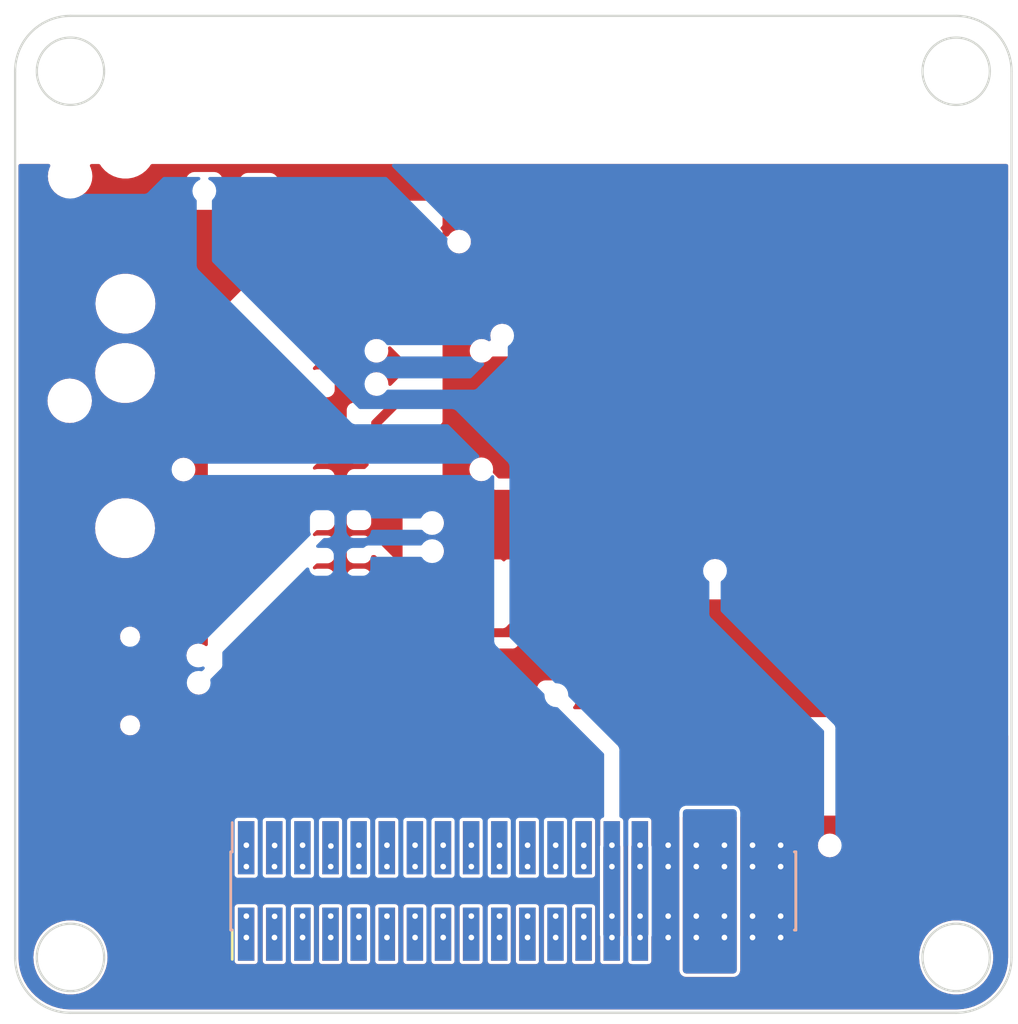
<source format=kicad_pcb>
(kicad_pcb (version 20221018) (generator pcbnew)
  (title_block (date "2023-06-14"))
  (layers (0 "F.Cu" signal) (31 "B.Cu" signal) (34 "B.Paste" user) (35 "F.Paste" user) (36 "B.SilkS" user "B.Silkscreen") (37 "F.SilkS" user "F.Silkscreen") (38 "B.Mask" user) (39 "F.Mask" user) (44 "Edge.Cuts" user))
  (net 0 "")
  (net 1 "+3.3V")
  (net 2 "+5V")
  (net 3 "/SPI_CS")
  (net 4 "/SPI_CLK")
  (net 5 "/SPI_MOSI")
  (net 6 "/SPI_MISO")
  (net 7 "/I2C_CLK")
  (net 8 "/GPIO_1")
  (net 9 "/GPIO_2")
  (net 10 "/GPIO_3")
  (net 11 "/GPIO_4")
  (net 12 "/GPIO_5")
  (net 13 "/GPIO_6")
  (net 14 "/GPIO_7")
  (net 15 "/GPIO_8")
  (net 16 "/ADC_1")
  (net 17 "/ADC_3")
  (net 18 "/ADC_4")
  (net 19 "/GPIO_11")
  (net 20 "/GPIO_12")
  (net 21 "/ADC_2")
  (net 22 "/I2C_SDA")
  (net 23 "/UART1_Rx")
  (net 24 "GND")
  (net 25 "/UART1_Tx")
  (net 26 "/UART2_Rx")
  (net 27 "/UART2_Tx")
  (net 28 "/GPIO_9")
  (net 29 "/GPIO_10")
  (net 30 "/+BATT")
  (footprint "Connector_PinHeader_1.27mm:PinHeader_2x20_P1.27mm_Vertical_SMD" (layer "F.Cu") (at 73.22 72.22 90)
    (fp_text reference "J1" hide)
    (fp_text value "TOP" hide)
    (fp_line (start -3.09 -12.695) (end -1.765 -12.695) (stroke (width 0.12)) (layer "F.SilkS"))
    (fp_line (start -1.765 -12.76) (end -1.765 -12.695) (stroke (width 0.12)) (layer "F.SilkS"))
    (fp_line (start -1.765 -12.76) (end 1.765 -12.76) (stroke (width 0.12)) (layer "F.SilkS"))
    (fp_line (start -1.765 12.695) (end -1.765 12.76) (stroke (width 0.12)) (layer "F.SilkS"))
    (fp_line (start -1.765 12.76) (end 1.765 12.76) (stroke (width 0.12)) (layer "F.SilkS"))
    (fp_line (start 1.765 -12.76) (end 1.765 -12.695) (stroke (width 0.12)) (layer "F.SilkS"))
    (fp_line (start 1.765 12.695) (end 1.765 12.76) (stroke (width 0.12)) (layer "F.SilkS"))
    (pad "1" smd rect (at -1.95 -12.065 90) (size 2.4 0.74) (layers "F.Cu" "F.Paste" "F.Mask") (net 16 "/ADC_1"))
    (pad "2" smd rect (at 1.95 -12.065 90) (size 2.4 0.74) (layers "F.Cu" "F.Paste" "F.Mask") (net 21 "/ADC_2"))
    (pad "3" smd rect (at -1.95 -10.795 90) (size 2.4 0.74) (layers "F.Cu" "F.Paste" "F.Mask") (net 17 "/ADC_3"))
    (pad "4" smd rect (at 1.95 -10.795 90) (size 2.4 0.74) (layers "F.Cu" "F.Paste" "F.Mask") (net 18 "/ADC_4"))
    (pad "5" smd rect (at -1.95 -9.525 90) (size 2.4 0.74) (layers "F.Cu" "F.Paste" "F.Mask") (net 23 "/UART1_Rx"))
    (pad "6" smd rect (at 1.95 -9.525 90) (size 2.4 0.74) (layers "F.Cu" "F.Paste" "F.Mask") (net 25 "/UART1_Tx"))
    (pad "7" smd rect (at -1.95 -8.255 90) (size 2.4 0.74) (layers "F.Cu" "F.Paste" "F.Mask") (net 26 "/UART2_Rx"))
    (pad "8" smd rect (at 1.95 -8.255 90) (size 2.4 0.74) (layers "F.Cu" "F.Paste" "F.Mask") (net 27 "/UART2_Tx"))
    (pad "9" smd rect (at -1.95 -6.985 90) (size 2.4 0.74) (layers "F.Cu" "F.Paste" "F.Mask") (net 22 "/I2C_SDA"))
    (pad "10" smd rect (at 1.95 -6.985 90) (size 2.4 0.74) (layers "F.Cu" "F.Paste" "F.Mask") (net 7 "/I2C_CLK"))
    (pad "11" smd rect (at -1.95 -5.715 90) (size 2.4 0.74) (layers "F.Cu" "F.Paste" "F.Mask") (net 3 "/SPI_CS"))
    (pad "12" smd rect (at 1.95 -5.715 90) (size 2.4 0.74) (layers "F.Cu" "F.Paste" "F.Mask") (net 4 "/SPI_CLK"))
    (pad "13" smd rect (at -1.95 -4.445 90) (size 2.4 0.74) (layers "F.Cu" "F.Paste" "F.Mask") (net 5 "/SPI_MOSI"))
    (pad "14" smd rect (at 1.95 -4.445 90) (size 2.4 0.74) (layers "F.Cu" "F.Paste" "F.Mask") (net 6 "/SPI_MISO"))
    (pad "15" smd rect (at -1.95 -3.175 90) (size 2.4 0.74) (layers "F.Cu" "F.Paste" "F.Mask") (net 8 "/GPIO_1"))
    (pad "16" smd rect (at 1.95 -3.175 90) (size 2.4 0.74) (layers "F.Cu" "F.Paste" "F.Mask") (net 9 "/GPIO_2"))
    (pad "17" smd rect (at -1.95 -1.905 90) (size 2.4 0.74) (layers "F.Cu" "F.Paste" "F.Mask") (net 10 "/GPIO_3"))
    (pad "18" smd rect (at 1.95 -1.905 90) (size 2.4 0.74) (layers "F.Cu" "F.Paste" "F.Mask") (net 11 "/GPIO_4"))
    (pad "19" smd rect (at -1.95 -0.635 90) (size 2.4 0.74) (layers "F.Cu" "F.Paste" "F.Mask") (net 12 "/GPIO_5"))
    (pad "20" smd rect (at 1.95 -0.635 90) (size 2.4 0.74) (layers "F.Cu" "F.Paste" "F.Mask") (net 13 "/GPIO_6"))
    (pad "21" smd rect (at -1.95 0.635 90) (size 2.4 0.74) (layers "F.Cu" "F.Paste" "F.Mask") (net 14 "/GPIO_7"))
    (pad "22" smd rect (at 1.95 0.635 90) (size 2.4 0.74) (layers "F.Cu" "F.Paste" "F.Mask") (net 15 "/GPIO_8"))
    (pad "23" smd rect (at -1.95 1.905 90) (size 2.4 0.74) (layers "F.Cu" "F.Paste" "F.Mask") (net 28 "/GPIO_9"))
    (pad "24" smd rect (at 1.95 1.905 90) (size 2.4 0.74) (layers "F.Cu" "F.Paste" "F.Mask") (net 29 "/GPIO_10"))
    (pad "25" smd rect (at -1.95 3.175 90) (size 2.4 0.74) (layers "F.Cu" "F.Paste" "F.Mask") (net 19 "/GPIO_11"))
    (pad "26" smd rect (at 1.95 3.175 90) (size 2.4 0.74) (layers "F.Cu" "F.Paste" "F.Mask") (net 20 "/GPIO_12"))
    (pad "27" smd rect (at -1.95 4.445 90) (size 2.4 0.74) (layers "F.Cu" "F.Paste" "F.Mask") (net 1 "+3.3V"))
    (pad "28" smd rect (at 1.95 4.445 90) (size 2.4 0.74) (layers "F.Cu" "F.Paste" "F.Mask") (net 1 "+3.3V"))
    (pad "29" smd rect (at -1.95 5.715 90) (size 2.4 0.74) (layers "F.Cu" "F.Paste" "F.Mask") (net 2 "+5V"))
    (pad "30" smd rect (at 1.95 5.715 90) (size 2.4 0.74) (layers "F.Cu" "F.Paste" "F.Mask") (net 2 "+5V"))
    (pad "31" smd rect (at -1.95 6.985 90) (size 2.4 0.74) (layers "F.Cu" "F.Paste" "F.Mask") (net 24 "GND"))
    (pad "32" smd rect (at 1.95 6.985 90) (size 2.4 0.74) (layers "F.Cu" "F.Paste" "F.Mask") (net 24 "GND"))
    (pad "33" smd rect (at -1.95 8.255 90) (size 2.4 0.74) (layers "F.Cu" "F.Paste" "F.Mask") (net 30 "/+BATT"))
    (pad "34" smd rect (at 1.95 8.255 90) (size 2.4 0.74) (layers "F.Cu" "F.Paste" "F.Mask") (net 30 "/+BATT"))
    (pad "35" smd rect (at -1.95 9.525 90) (size 2.4 0.74) (layers "F.Cu" "F.Paste" "F.Mask") (net 30 "/+BATT"))
    (pad "36" smd rect (at 1.95 9.525 90) (size 2.4 0.74) (layers "F.Cu" "F.Paste" "F.Mask") (net 30 "/+BATT"))
    (pad "37" smd rect (at -1.95 10.795 90) (size 2.4 0.74) (layers "F.Cu" "F.Paste" "F.Mask") (net 24 "GND"))
    (pad "38" smd rect (at 1.95 10.795 90) (size 2.4 0.74) (layers "F.Cu" "F.Paste" "F.Mask") (net 24 "GND"))
    (pad "39" smd rect (at -1.95 12.065 90) (size 2.4 0.74) (layers "F.Cu" "F.Paste" "F.Mask") (net 24 "GND"))
    (pad "40" smd rect (at 1.95 12.065 90) (size 2.4 0.74) (layers "F.Cu" "F.Paste" "F.Mask") (net 24 "GND"))
  )
  (footprint "Connector_PinHeader_1.27mm:PinHeader_2x20_P1.27mm_Vertical_SMD" (layer "B.Cu") (at 73.22 72.22 -90)
    (fp_text reference "J2" hide)
    (fp_text value "BUTTOM" hide)
    (fp_line (start -3.09 12.695) (end -1.765 12.695) (stroke (width 0.12)) (layer "B.SilkS"))
    (fp_line (start -1.765 -12.76) (end 1.765 -12.76) (stroke (width 0.12)) (layer "B.SilkS"))
    (fp_line (start -1.765 -12.695) (end -1.765 -12.76) (stroke (width 0.12)) (layer "B.SilkS"))
    (fp_line (start -1.765 12.76) (end -1.765 12.695) (stroke (width 0.12)) (layer "B.SilkS"))
    (fp_line (start -1.765 12.76) (end 1.765 12.76) (stroke (width 0.12)) (layer "B.SilkS"))
    (fp_line (start 1.765 -12.695) (end 1.765 -12.76) (stroke (width 0.12)) (layer "B.SilkS"))
    (fp_line (start 1.765 12.76) (end 1.765 12.695) (stroke (width 0.12)) (layer "B.SilkS"))
    (pad "1" smd rect (at -1.95 12.065 270) (size 2.4 0.74) (layers "B.Cu" "B.Paste" "B.Mask") (net 21 "/ADC_2"))
    (pad "2" smd rect (at 1.95 12.065 270) (size 2.4 0.74) (layers "B.Cu" "B.Paste" "B.Mask") (net 16 "/ADC_1"))
    (pad "3" smd rect (at -1.95 10.795 270) (size 2.4 0.74) (layers "B.Cu" "B.Paste" "B.Mask") (net 18 "/ADC_4"))
    (pad "4" smd rect (at 1.95 10.795 270) (size 2.4 0.74) (layers "B.Cu" "B.Paste" "B.Mask") (net 17 "/ADC_3"))
    (pad "5" smd rect (at -1.95 9.525 270) (size 2.4 0.74) (layers "B.Cu" "B.Paste" "B.Mask") (net 25 "/UART1_Tx"))
    (pad "6" smd rect (at 1.95 9.525 270) (size 2.4 0.74) (layers "B.Cu" "B.Paste" "B.Mask") (net 23 "/UART1_Rx"))
    (pad "7" smd rect (at -1.95 8.255 270) (size 2.4 0.74) (layers "B.Cu" "B.Paste" "B.Mask") (net 27 "/UART2_Tx"))
    (pad "8" smd rect (at 1.95 8.255 270) (size 2.4 0.74) (layers "B.Cu" "B.Paste" "B.Mask") (net 26 "/UART2_Rx"))
    (pad "9" smd rect (at -1.95 6.985 270) (size 2.4 0.74) (layers "B.Cu" "B.Paste" "B.Mask") (net 7 "/I2C_CLK"))
    (pad "10" smd rect (at 1.95 6.985 270) (size 2.4 0.74) (layers "B.Cu" "B.Paste" "B.Mask") (net 22 "/I2C_SDA"))
    (pad "11" smd rect (at -1.95 5.715 270) (size 2.4 0.74) (layers "B.Cu" "B.Paste" "B.Mask") (net 4 "/SPI_CLK"))
    (pad "12" smd rect (at 1.95 5.715 270) (size 2.4 0.74) (layers "B.Cu" "B.Paste" "B.Mask") (net 3 "/SPI_CS"))
    (pad "13" smd rect (at -1.95 4.445 270) (size 2.4 0.74) (layers "B.Cu" "B.Paste" "B.Mask") (net 6 "/SPI_MISO"))
    (pad "14" smd rect (at 1.95 4.445 270) (size 2.4 0.74) (layers "B.Cu" "B.Paste" "B.Mask") (net 5 "/SPI_MOSI"))
    (pad "15" smd rect (at -1.95 3.175 270) (size 2.4 0.74) (layers "B.Cu" "B.Paste" "B.Mask") (net 9 "/GPIO_2"))
    (pad "16" smd rect (at 1.95 3.175 270) (size 2.4 0.74) (layers "B.Cu" "B.Paste" "B.Mask") (net 8 "/GPIO_1"))
    (pad "17" smd rect (at -1.95 1.905 270) (size 2.4 0.74) (layers "B.Cu" "B.Paste" "B.Mask") (net 11 "/GPIO_4"))
    (pad "18" smd rect (at 1.95 1.905 270) (size 2.4 0.74) (layers "B.Cu" "B.Paste" "B.Mask") (net 10 "/GPIO_3"))
    (pad "19" smd rect (at -1.95 0.635 270) (size 2.4 0.74) (layers "B.Cu" "B.Paste" "B.Mask") (net 13 "/GPIO_6"))
    (pad "20" smd rect (at 1.95 0.635 270) (size 2.4 0.74) (layers "B.Cu" "B.Paste" "B.Mask") (net 12 "/GPIO_5"))
    (pad "21" smd rect (at -1.95 -0.635 270) (size 2.4 0.74) (layers "B.Cu" "B.Paste" "B.Mask") (net 15 "/GPIO_8"))
    (pad "22" smd rect (at 1.95 -0.635 270) (size 2.4 0.74) (layers "B.Cu" "B.Paste" "B.Mask") (net 14 "/GPIO_7"))
    (pad "23" smd rect (at -1.95 -1.905 270) (size 2.4 0.74) (layers "B.Cu" "B.Paste" "B.Mask") (net 29 "/GPIO_10"))
    (pad "24" smd rect (at 1.95 -1.905 270) (size 2.4 0.74) (layers "B.Cu" "B.Paste" "B.Mask") (net 28 "/GPIO_9"))
    (pad "25" smd rect (at -1.95 -3.175 270) (size 2.4 0.74) (layers "B.Cu" "B.Paste" "B.Mask") (net 20 "/GPIO_12"))
    (pad "26" smd rect (at 1.95 -3.175 270) (size 2.4 0.74) (layers "B.Cu" "B.Paste" "B.Mask") (net 19 "/GPIO_11"))
    (pad "27" smd rect (at -1.95 -4.445 270) (size 2.4 0.74) (layers "B.Cu" "B.Paste" "B.Mask") (net 1 "+3.3V"))
    (pad "28" smd rect (at 1.95 -4.445 270) (size 2.4 0.74) (layers "B.Cu" "B.Paste" "B.Mask") (net 1 "+3.3V"))
    (pad "29" smd rect (at -1.95 -5.715 270) (size 2.4 0.74) (layers "B.Cu" "B.Paste" "B.Mask") (net 2 "+5V"))
    (pad "30" smd rect (at 1.95 -5.715 270) (size 2.4 0.74) (layers "B.Cu" "B.Paste" "B.Mask") (net 2 "+5V"))
    (pad "31" smd rect (at -1.95 -6.985 270) (size 2.4 0.74) (layers "B.Cu" "B.Paste" "B.Mask") (net 24 "GND"))
    (pad "32" smd rect (at 1.95 -6.985 270) (size 2.4 0.74) (layers "B.Cu" "B.Paste" "B.Mask") (net 24 "GND"))
    (pad "33" smd rect (at -1.95 -8.255 270) (size 2.4 0.74) (layers "B.Cu" "B.Paste" "B.Mask") (net 30 "/+BATT"))
    (pad "34" smd rect (at 1.95 -8.255 270) (size 2.4 0.74) (layers "B.Cu" "B.Paste" "B.Mask") (net 30 "/+BATT"))
    (pad "35" smd rect (at -1.95 -9.525 270) (size 2.4 0.74) (layers "B.Cu" "B.Paste" "B.Mask") (net 30 "/+BATT"))
    (pad "36" smd rect (at 1.95 -9.525 270) (size 2.4 0.74) (layers "B.Cu" "B.Paste" "B.Mask") (net 30 "/+BATT"))
    (pad "37" smd rect (at -1.95 -10.795 270) (size 2.4 0.74) (layers "B.Cu" "B.Paste" "B.Mask") (net 24 "GND"))
    (pad "38" smd rect (at 1.95 -10.795 270) (size 2.4 0.74) (layers "B.Cu" "B.Paste" "B.Mask") (net 24 "GND"))
    (pad "39" smd rect (at -1.95 -12.065 270) (size 2.4 0.74) (layers "B.Cu" "B.Paste" "B.Mask") (net 24 "GND"))
    (pad "40" smd rect (at 1.95 -12.065 270) (size 2.4 0.74) (layers "B.Cu" "B.Paste" "B.Mask") (net 24 "GND"))
  )
  (gr_circle locked (center 53.22 75.22) (end 54.74 75.22) (stroke (width 0.1)) (fill none) (layer "Edge.Cuts"))
  (gr_line locked (start 95.72 75.22) (end 95.72 35.22) (stroke (width 0.1)) (layer "Edge.Cuts"))
  (gr_arc locked (start 50.72 35.22) (mid 51.452233 33.452233) (end 53.22 32.72) (stroke (width 0.1)) (layer "Edge.Cuts"))
  (gr_circle locked (center 93.22 75.22) (end 94.74 75.22) (stroke (width 0.1)) (fill none) (layer "Edge.Cuts"))
  (gr_circle locked (center 53.22 35.22) (end 54.74 35.22) (stroke (width 0.1)) (fill none) (layer "Edge.Cuts"))
  (gr_line locked (start 93.22 32.72) (end 53.22 32.72) (stroke (width 0.1)) (layer "Edge.Cuts"))
  (gr_arc locked (start 93.22 32.72) (mid 94.987767 33.452233) (end 95.72 35.22) (stroke (width 0.1)) (layer "Edge.Cuts"))
  (gr_arc locked (start 95.72 75.22) (mid 94.987767 76.987767) (end 93.22 77.72) (stroke (width 0.1)) (layer "Edge.Cuts"))
  (gr_circle locked (center 93.22 35.22) (end 94.74 35.22) (stroke (width 0.1)) (fill none) (layer "Edge.Cuts"))
  (gr_line locked (start 53.22 77.72) (end 93.22 77.72) (stroke (width 0.1)) (layer "Edge.Cuts"))
  (gr_arc locked (start 53.22 77.72) (mid 51.452233 76.987767) (end 50.72 75.22) (stroke (width 0.1)) (layer "Edge.Cuts"))
  (gr_line locked (start 50.72 35.22) (end 50.72 75.22) (stroke (width 0.1)) (layer "Edge.Cuts"))
  (segment (start 77.665 70.27) (end 77.665 74.17) (width 0.762) (layer "F.Cu") (net 1))
  (via (at 77.6732 74.3204) (size 0.508) (drill 0.254) (layers "F.Cu" "B.Cu") (net 1))
  (via (at 77.6732 71.12) (size 0.508) (drill 0.254) (layers "F.Cu" "B.Cu") (net 1))
  (via (at 77.6732 73.3552) (size 0.508) (drill 0.254) (layers "F.Cu" "B.Cu") (net 1))
  (via (at 77.6732 70.1548) (size 0.508) (drill 0.254) (layers "F.Cu" "B.Cu") (net 1))
  (segment (start 77.665 70.27) (end 77.665 74.17) (width 0.762) (layer "B.Cu") (net 1))
  (segment (start 78.935 70.27) (end 78.935 74.17) (width 0.762) (layer "F.Cu") (net 2))
  (via (at 78.9432 73.3552) (size 0.508) (drill 0.254) (layers "F.Cu" "B.Cu") (net 2))
  (via (at 78.9432 71.12) (size 0.508) (drill 0.254) (layers "F.Cu" "B.Cu") (net 2))
  (via (at 78.9432 70.1548) (size 0.508) (drill 0.254) (layers "F.Cu" "B.Cu") (net 2))
  (via (at 78.9432 74.3204) (size 0.508) (drill 0.254) (layers "F.Cu" "B.Cu") (net 2))
  (segment (start 78.935 70.27) (end 78.935 74.17) (width 0.762) (layer "B.Cu") (net 2))
  (via (at 67.5132 74.3204) (size 0.508) (drill 0.254) (layers "F.Cu" "B.Cu") (net 3))
  (via (at 67.5132 73.3552) (size 0.508) (drill 0.254) (layers "F.Cu" "B.Cu") (net 3))
  (via (at 67.5132 71.12) (size 0.508) (drill 0.254) (layers "F.Cu" "B.Cu") (net 4))
  (via (at 67.5132 70.1548) (size 0.508) (drill 0.254) (layers "F.Cu" "B.Cu") (net 4))
  (via (at 68.7832 73.3552) (size 0.508) (drill 0.254) (layers "F.Cu" "B.Cu") (net 5))
  (via (at 68.7832 74.3204) (size 0.508) (drill 0.254) (layers "F.Cu" "B.Cu") (net 5))
  (via (at 68.7832 71.12) (size 0.508) (drill 0.254) (layers "F.Cu" "B.Cu") (net 6))
  (via (at 68.7832 70.1548) (size 0.508) (drill 0.254) (layers "F.Cu" "B.Cu") (net 6))
  (via (at 66.2432 71.12) (size 0.508) (drill 0.254) (layers "F.Cu" "B.Cu") (net 7))
  (via (at 66.2432 70.1548) (size 0.508) (drill 0.254) (layers "F.Cu" "B.Cu") (net 7))
  (via (at 70.0532 73.3552) (size 0.508) (drill 0.254) (layers "F.Cu" "B.Cu") (net 8))
  (via (at 70.0532 74.3204) (size 0.508) (drill 0.254) (layers "F.Cu" "B.Cu") (net 8))
  (via (at 70.0532 71.12) (size 0.508) (drill 0.254) (layers "F.Cu" "B.Cu") (net 9))
  (via (at 70.0532 70.1548) (size 0.508) (drill 0.254) (layers "F.Cu" "B.Cu") (net 9))
  (via (at 71.3232 74.3204) (size 0.508) (drill 0.254) (layers "F.Cu" "B.Cu") (net 10))
  (via (at 71.3232 73.3552) (size 0.508) (drill 0.254) (layers "F.Cu" "B.Cu") (net 10))
  (via (at 71.3232 71.12) (size 0.508) (drill 0.254) (layers "F.Cu" "B.Cu") (net 11))
  (via (at 71.3232 70.1548) (size 0.508) (drill 0.254) (layers "F.Cu" "B.Cu") (net 11))
  (via (at 72.5932 74.3204) (size 0.508) (drill 0.254) (layers "F.Cu" "B.Cu") (net 12))
  (via (at 72.5932 73.3552) (size 0.508) (drill 0.254) (layers "F.Cu" "B.Cu") (net 12))
  (via (at 72.5932 71.12) (size 0.508) (drill 0.254) (layers "F.Cu" "B.Cu") (net 13))
  (via (at 72.5932 70.1548) (size 0.508) (drill 0.254) (layers "F.Cu" "B.Cu") (net 13))
  (via (at 73.8632 74.3204) (size 0.508) (drill 0.254) (layers "F.Cu" "B.Cu") (net 14))
  (via (at 73.8632 73.3552) (size 0.508) (drill 0.254) (layers "F.Cu" "B.Cu") (net 14))
  (via (at 73.8632 71.12) (size 0.508) (drill 0.254) (layers "F.Cu" "B.Cu") (net 15))
  (via (at 73.8632 70.1548) (size 0.508) (drill 0.254) (layers "F.Cu" "B.Cu") (net 15))
  (via (at 61.1632 73.3552) (size 0.508) (drill 0.254) (layers "F.Cu" "B.Cu") (net 16))
  (via (at 61.1632 74.3204) (size 0.508) (drill 0.254) (layers "F.Cu" "B.Cu") (net 16))
  (via (at 62.4332 74.3204) (size 0.508) (drill 0.254) (layers "F.Cu" "B.Cu") (net 17))
  (via (at 62.4402 73.3658) (size 0.508) (drill 0.254) (layers "F.Cu" "B.Cu") (net 17))
  (via (at 62.4402 70.1654) (size 0.508) (drill 0.254) (layers "F.Cu" "B.Cu") (net 18))
  (via (at 62.4332 71.12) (size 0.508) (drill 0.254) (layers "F.Cu" "B.Cu") (net 18))
  (via (at 76.4032 74.3204) (size 0.508) (drill 0.254) (layers "F.Cu" "B.Cu") (net 19))
  (via (at 76.4032 73.3552) (size 0.508) (drill 0.254) (layers "F.Cu" "B.Cu") (net 19))
  (via (at 76.4032 71.12) (size 0.508) (drill 0.254) (layers "F.Cu" "B.Cu") (net 20))
  (via (at 76.4032 70.1548) (size 0.508) (drill 0.254) (layers "F.Cu" "B.Cu") (net 20))
  (via (at 61.1632 70.1548) (size 0.508) (drill 0.254) (layers "F.Cu" "B.Cu") (net 21))
  (via (at 61.1632 71.12) (size 0.508) (drill 0.254) (layers "F.Cu" "B.Cu") (net 21))
  (via (at 66.2432 73.3552) (size 0.508) (drill 0.254) (layers "F.Cu" "B.Cu") (net 22))
  (via (at 66.2432 74.3204) (size 0.508) (drill 0.254) (layers "F.Cu" "B.Cu") (net 22))
  (via (at 63.7032 73.3552) (size 0.508) (drill 0.254) (layers "F.Cu" "B.Cu") (net 23))
  (via (at 63.7032 74.3204) (size 0.508) (drill 0.254) (layers "F.Cu" "B.Cu") (net 23))
  (via (at 85.2932 73.3552) (size 0.508) (drill 0.254) (layers "F.Cu" "B.Cu") (net 24))
  (via (at 84.0232 70.1548) (size 0.508) (drill 0.254) (layers "F.Cu" "B.Cu") (net 24))
  (via (at 84.0232 73.3552) (size 0.508) (drill 0.254) (layers "F.Cu" "B.Cu") (net 24))
  (via (at 85.2932 70.1548) (size 0.508) (drill 0.254) (layers "F.Cu" "B.Cu") (net 24))
  (via (at 85.2932 71.12) (size 0.508) (drill 0.254) (layers "F.Cu" "B.Cu") (net 24))
  (via (at 80.2132 74.3204) (size 0.508) (drill 0.254) (layers "F.Cu" "B.Cu") (net 24))
  (via (at 80.2132 73.3552) (size 0.508) (drill 0.254) (layers "F.Cu" "B.Cu") (net 24))
  (via (at 84.0232 71.12) (size 0.508) (drill 0.254) (layers "F.Cu" "B.Cu") (net 24))
  (via (at 80.2132 70.1548) (size 0.508) (drill 0.254) (layers "F.Cu" "B.Cu") (net 24))
  (via (at 85.2932 74.3204) (size 0.508) (drill 0.254) (layers "F.Cu" "B.Cu") (net 24))
  (via (at 80.2132 71.12) (size 0.508) (drill 0.254) (layers "F.Cu" "B.Cu") (net 24))
  (via (at 84.0232 74.3204) (size 0.508) (drill 0.254) (layers "F.Cu" "B.Cu") (net 24))
  (via (at 63.7032 71.12) (size 0.508) (drill 0.254) (layers "F.Cu" "B.Cu") (net 25))
  (via (at 63.7032 70.1548) (size 0.508) (drill 0.254) (layers "F.Cu" "B.Cu") (net 25))
  (via (at 64.9732 74.3204) (size 0.508) (drill 0.254) (layers "F.Cu" "B.Cu") (net 26))
  (via (at 64.9732 73.3552) (size 0.508) (drill 0.254) (layers "F.Cu" "B.Cu") (net 26))
  (via (at 64.9732 71.12) (size 0.508) (drill 0.254) (layers "F.Cu" "B.Cu") (net 27))
  (via (at 64.9802 70.1908) (size 0.508) (drill 0.254) (layers "F.Cu" "B.Cu") (net 27))
  (via (at 75.1332 74.3204) (size 0.508) (drill 0.254) (layers "F.Cu" "B.Cu") (net 28))
  (via (at 75.1332 73.3552) (size 0.508) (drill 0.254) (layers "F.Cu" "B.Cu") (net 28))
  (via (at 75.1332 71.12) (size 0.508) (drill 0.254) (layers "F.Cu" "B.Cu") (net 29))
  (via (at 75.1332 70.1548) (size 0.508) (drill 0.254) (layers "F.Cu" "B.Cu") (net 29))
  (via (at 81.4832 71.12) (size 0.508) (drill 0.254) (layers "F.Cu" "B.Cu") (net 30))
  (via (at 81.4832 74.3204) (size 0.508) (drill 0.254) (layers "F.Cu" "B.Cu") (net 30))
  (via (at 81.4832 73.3552) (size 0.508) (drill 0.254) (layers "F.Cu" "B.Cu") (net 30))
  (via (at 82.7532 74.3204) (size 0.508) (drill 0.254) (layers "F.Cu" "B.Cu") (net 30))
  (via (at 82.7532 70.1548) (size 0.508) (drill 0.254) (layers "F.Cu" "B.Cu") (net 30))
  (via (at 82.7532 71.12) (size 0.508) (drill 0.254) (layers "F.Cu" "B.Cu") (net 30))
  (via (at 81.4832 70.1548) (size 0.508) (drill 0.254) (layers "F.Cu" "B.Cu") (net 30))
  (via (at 82.7532 73.3552) (size 0.508) (drill 0.254) (layers "F.Cu" "B.Cu") (net 30))
  (zone (net 30) (net_name "/+BATT") (layers "F&B.Cu") (name "batt") (priority 1) (connect_pads yes (clearance 0.1524)) (min_thickness 0.1524) (fill yes (thermal_gap 0.1524) (thermal_bridge_width 0.1524) (smoothing fillet) (radius 0.1524))
    (polygon (pts (xy 80.8736 68.5292) (xy 80.8736 75.946) (xy 83.312 75.946) (xy 83.312 68.5292)))
  )
  (zone (net 24) (net_name "GND") (layers "F&B.Cu") (name "gnd") (connect_pads yes (clearance 0.1524)) (min_thickness 0.1524) (fill yes (thermal_gap 0.1524) (thermal_bridge_width 0.1524) (smoothing fillet) (radius 0.1524))
    (polygon (pts (xy 50.038 32.004) (xy 96.012 32.004) (xy 96.012 78.232) (xy 50.038 78.232)))
  )
)
</source>
